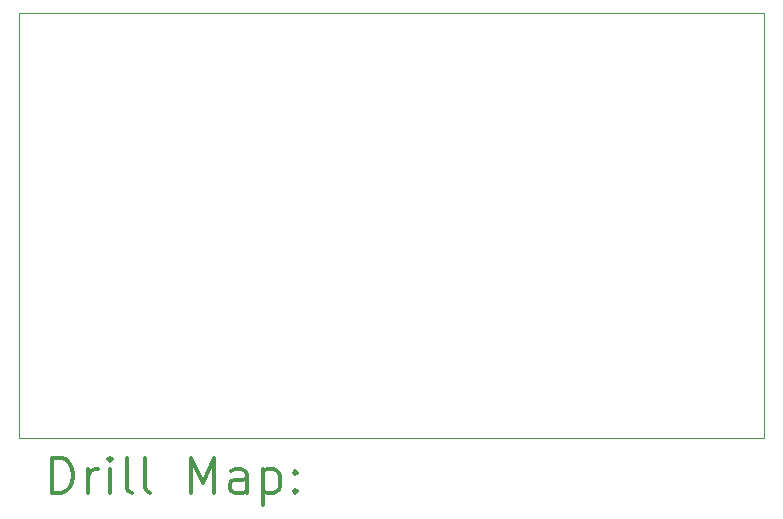
<source format=gbr>
%FSLAX45Y45*%
G04 Gerber Fmt 4.5, Leading zero omitted, Abs format (unit mm)*
G04 Created by KiCad (PCBNEW 5.1.10-88a1d61d58~88~ubuntu18.04.1) date 2021-10-01 18:12:47*
%MOMM*%
%LPD*%
G01*
G04 APERTURE LIST*
%TA.AperFunction,Profile*%
%ADD10C,0.050000*%
%TD*%
%ADD11C,0.200000*%
%ADD12C,0.300000*%
G04 APERTURE END LIST*
D10*
X11557310Y-12300360D02*
X17863510Y-12300360D01*
X17863510Y-12300360D02*
X17863510Y-8700360D01*
X17863510Y-8700360D02*
X11557310Y-8700360D01*
X11557310Y-8700360D02*
X11557310Y-12300360D01*
D11*
D12*
X11841238Y-12768574D02*
X11841238Y-12468574D01*
X11912667Y-12468574D01*
X11955524Y-12482860D01*
X11984096Y-12511431D01*
X11998381Y-12540003D01*
X12012667Y-12597146D01*
X12012667Y-12640003D01*
X11998381Y-12697146D01*
X11984096Y-12725717D01*
X11955524Y-12754289D01*
X11912667Y-12768574D01*
X11841238Y-12768574D01*
X12141238Y-12768574D02*
X12141238Y-12568574D01*
X12141238Y-12625717D02*
X12155524Y-12597146D01*
X12169810Y-12582860D01*
X12198381Y-12568574D01*
X12226953Y-12568574D01*
X12326953Y-12768574D02*
X12326953Y-12568574D01*
X12326953Y-12468574D02*
X12312667Y-12482860D01*
X12326953Y-12497146D01*
X12341238Y-12482860D01*
X12326953Y-12468574D01*
X12326953Y-12497146D01*
X12512667Y-12768574D02*
X12484096Y-12754289D01*
X12469810Y-12725717D01*
X12469810Y-12468574D01*
X12669810Y-12768574D02*
X12641238Y-12754289D01*
X12626953Y-12725717D01*
X12626953Y-12468574D01*
X13012667Y-12768574D02*
X13012667Y-12468574D01*
X13112667Y-12682860D01*
X13212667Y-12468574D01*
X13212667Y-12768574D01*
X13484096Y-12768574D02*
X13484096Y-12611431D01*
X13469810Y-12582860D01*
X13441238Y-12568574D01*
X13384096Y-12568574D01*
X13355524Y-12582860D01*
X13484096Y-12754289D02*
X13455524Y-12768574D01*
X13384096Y-12768574D01*
X13355524Y-12754289D01*
X13341238Y-12725717D01*
X13341238Y-12697146D01*
X13355524Y-12668574D01*
X13384096Y-12654289D01*
X13455524Y-12654289D01*
X13484096Y-12640003D01*
X13626953Y-12568574D02*
X13626953Y-12868574D01*
X13626953Y-12582860D02*
X13655524Y-12568574D01*
X13712667Y-12568574D01*
X13741238Y-12582860D01*
X13755524Y-12597146D01*
X13769810Y-12625717D01*
X13769810Y-12711431D01*
X13755524Y-12740003D01*
X13741238Y-12754289D01*
X13712667Y-12768574D01*
X13655524Y-12768574D01*
X13626953Y-12754289D01*
X13898381Y-12740003D02*
X13912667Y-12754289D01*
X13898381Y-12768574D01*
X13884096Y-12754289D01*
X13898381Y-12740003D01*
X13898381Y-12768574D01*
X13898381Y-12582860D02*
X13912667Y-12597146D01*
X13898381Y-12611431D01*
X13884096Y-12597146D01*
X13898381Y-12582860D01*
X13898381Y-12611431D01*
M02*

</source>
